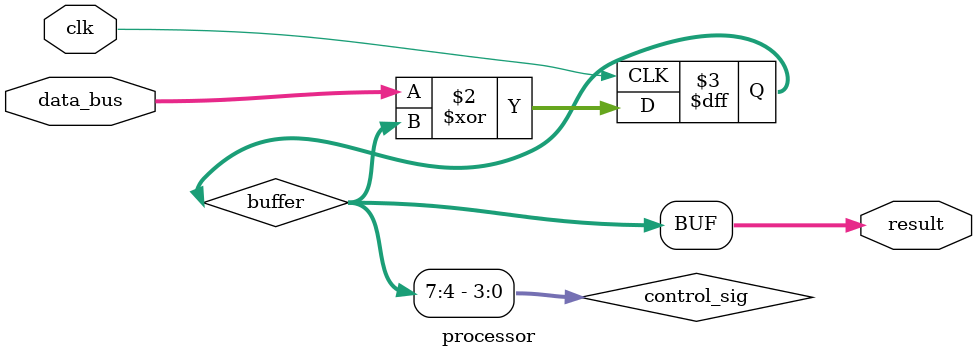
<source format=v>
module processor(
    input wire clk,
    input wire [7:0] data_bus,
    output wire [7:0] result
);
    reg [7:0] buffer;
    wire [3:0] control_sig;
    
    always @(posedge clk) begin
        buffer <= data_bus ^ buffer;
    end
    
    assign result = buffer;
    assign control_sig = buffer[7:4];
endmodule
</source>
